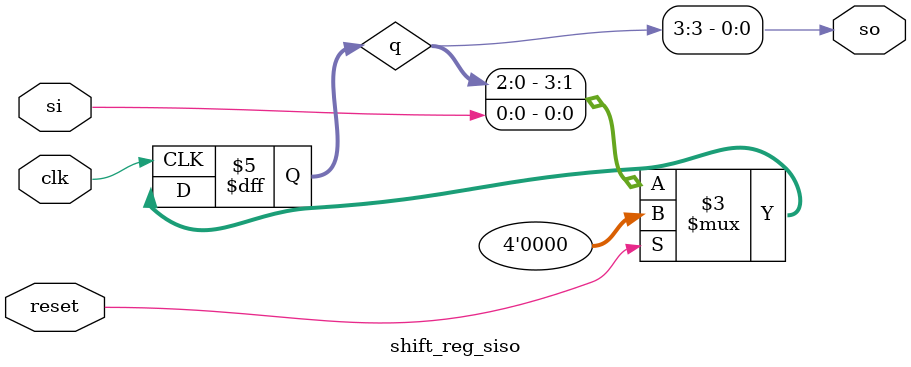
<source format=v>
module shift_reg_siso (
    input  clk,      // System clock
    input  reset,    // Synchronous reset (active high)
    input  si,       // Serial input
    output so        // Serial output
);

    reg [3:0] q; // Internal 4-bit storage

    always @(posedge clk) begin
        if (reset) begin
            q <= 4'b0000;
        end else begin
            // Shift logic: Move bits left and insert 'si' at the LSB
            // q[3] is shifted out, q[2] moves to q[3], etc.
            q <= {q[2:0], si};
        end
    end

    // The serial output is the most significant bit of the register
    assign so = q[3];

endmodule

</source>
